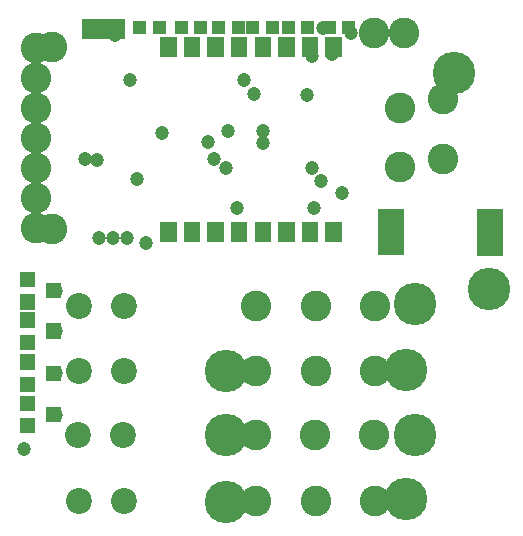
<source format=gbr>
%FSLAX32Y32*%
%MOMM*%
%LNLOETSTOP2*%
G71*
G01*
%ADD10C, 2.60*%
%ADD11C, 3.60*%
%ADD12C, 1.20*%
%ADD13C, 2.60*%
%ADD14C, 2.60*%
%ADD15C, 2.20*%
%LPD*%
X6874Y6085D02*
G54D10*
D03*
X6874Y6585D02*
G54D10*
D03*
X3927Y5564D02*
G54D10*
D03*
X3927Y7104D02*
G54D10*
D03*
X7239Y6666D02*
G54D10*
D03*
X7239Y6158D02*
G54D10*
D03*
G36*
X6243Y5626D02*
X6383Y5626D01*
X6383Y5456D01*
X6243Y5456D01*
X6243Y5626D01*
G37*
G36*
X6043Y5626D02*
X6183Y5626D01*
X6183Y5456D01*
X6043Y5456D01*
X6043Y5626D01*
G37*
G36*
X5843Y5626D02*
X5983Y5626D01*
X5983Y5456D01*
X5843Y5456D01*
X5843Y5626D01*
G37*
G36*
X5643Y5626D02*
X5783Y5626D01*
X5783Y5456D01*
X5643Y5456D01*
X5643Y5626D01*
G37*
G36*
X5443Y5626D02*
X5583Y5626D01*
X5583Y5456D01*
X5443Y5456D01*
X5443Y5626D01*
G37*
G36*
X5243Y5626D02*
X5383Y5626D01*
X5383Y5456D01*
X5243Y5456D01*
X5243Y5626D01*
G37*
G36*
X5043Y5626D02*
X5183Y5626D01*
X5183Y5456D01*
X5043Y5456D01*
X5043Y5626D01*
G37*
G36*
X4843Y5626D02*
X4983Y5626D01*
X4983Y5456D01*
X4843Y5456D01*
X4843Y5626D01*
G37*
G36*
X6243Y7189D02*
X6383Y7189D01*
X6383Y7019D01*
X6243Y7019D01*
X6243Y7189D01*
G37*
G36*
X6043Y7189D02*
X6183Y7189D01*
X6183Y7019D01*
X6043Y7019D01*
X6043Y7189D01*
G37*
G36*
X5843Y7189D02*
X5983Y7189D01*
X5983Y7019D01*
X5843Y7019D01*
X5843Y7189D01*
G37*
G36*
X5643Y7189D02*
X5783Y7189D01*
X5783Y7019D01*
X5643Y7019D01*
X5643Y7189D01*
G37*
G36*
X5443Y7189D02*
X5583Y7189D01*
X5583Y7019D01*
X5443Y7019D01*
X5443Y7189D01*
G37*
G36*
X5243Y7189D02*
X5383Y7189D01*
X5383Y7019D01*
X5243Y7019D01*
X5243Y7189D01*
G37*
G36*
X5043Y7189D02*
X5183Y7189D01*
X5183Y7019D01*
X5043Y7019D01*
X5043Y7189D01*
G37*
G36*
X4843Y7189D02*
X4983Y7189D01*
X4983Y7019D01*
X4843Y7019D01*
X4843Y7189D01*
G37*
X7334Y6888D02*
G54D11*
D03*
X6382Y5865D02*
G54D12*
D03*
G36*
X6497Y7216D02*
X6387Y7216D01*
X6387Y7326D01*
X6497Y7326D01*
X6497Y7216D01*
G37*
G36*
X6330Y7215D02*
X6220Y7215D01*
X6220Y7325D01*
X6330Y7325D01*
X6330Y7215D01*
G37*
G36*
X4894Y7216D02*
X4784Y7216D01*
X4784Y7326D01*
X4894Y7326D01*
X4894Y7216D01*
G37*
G36*
X4727Y7215D02*
X4617Y7215D01*
X4617Y7325D01*
X4727Y7325D01*
X4727Y7215D01*
G37*
G36*
X5846Y7216D02*
X5736Y7216D01*
X5736Y7326D01*
X5846Y7326D01*
X5846Y7216D01*
G37*
G36*
X5679Y7215D02*
X5569Y7215D01*
X5569Y7325D01*
X5679Y7325D01*
X5679Y7215D01*
G37*
G36*
X5560Y7216D02*
X5450Y7216D01*
X5450Y7326D01*
X5560Y7326D01*
X5560Y7216D01*
G37*
G36*
X5393Y7215D02*
X5283Y7215D01*
X5283Y7325D01*
X5393Y7325D01*
X5393Y7215D01*
G37*
G36*
X5243Y7216D02*
X5133Y7216D01*
X5133Y7326D01*
X5243Y7326D01*
X5243Y7216D01*
G37*
G36*
X5076Y7215D02*
X4966Y7215D01*
X4966Y7325D01*
X5076Y7325D01*
X5076Y7215D01*
G37*
X5493Y5746D02*
G54D12*
D03*
X6302Y7047D02*
G54D12*
D03*
X6461Y7222D02*
G54D12*
D03*
X3794Y6840D02*
G54D13*
D03*
X3794Y6586D02*
G54D13*
D03*
X3794Y6332D02*
G54D13*
D03*
X3794Y6078D02*
G54D13*
D03*
X3794Y5824D02*
G54D13*
D03*
X3794Y5570D02*
G54D13*
D03*
X4588Y6825D02*
G54D12*
D03*
X5556Y6825D02*
G54D12*
D03*
X6906Y7222D02*
G54D13*
D03*
X6652Y7222D02*
G54D13*
D03*
X6207Y5968D02*
G54D12*
D03*
X5302Y6158D02*
G54D12*
D03*
X5398Y6079D02*
G54D12*
D03*
X6128Y6079D02*
G54D12*
D03*
X6088Y6698D02*
G54D12*
D03*
G36*
X4550Y7339D02*
X4550Y7169D01*
X4180Y7169D01*
X4180Y7339D01*
X4550Y7339D01*
G37*
X6128Y7031D02*
G54D12*
D03*
X3794Y7095D02*
G54D13*
D03*
X4461Y7206D02*
G54D12*
D03*
X6223Y7270D02*
G54D12*
D03*
X4651Y5984D02*
G54D12*
D03*
G36*
X6687Y5735D02*
X6907Y5735D01*
X6907Y5340D01*
X6687Y5340D01*
X6687Y5735D01*
G37*
G36*
X7528Y5734D02*
X7748Y5734D01*
X7748Y5339D01*
X7528Y5339D01*
X7528Y5734D01*
G37*
X7628Y5055D02*
G54D11*
D03*
X6144Y5746D02*
G54D12*
D03*
X5715Y6293D02*
G54D12*
D03*
X5247Y6301D02*
G54D12*
D03*
X4207Y6158D02*
G54D12*
D03*
X5715Y6396D02*
G54D12*
D03*
X5421Y6396D02*
G54D12*
D03*
G36*
X6148Y7216D02*
X6038Y7216D01*
X6038Y7326D01*
X6148Y7326D01*
X6148Y7216D01*
G37*
G36*
X5981Y7215D02*
X5871Y7215D01*
X5871Y7325D01*
X5981Y7325D01*
X5981Y7215D01*
G37*
X7001Y4928D02*
G54D11*
D03*
X4858Y6373D02*
G54D12*
D03*
X4310Y6150D02*
G54D12*
D03*
X5636Y6706D02*
G54D12*
D03*
X5659Y4912D02*
G54D14*
D03*
X6159Y4912D02*
G54D14*
D03*
X6659Y4912D02*
G54D14*
D03*
X4159Y4912D02*
G54D15*
D03*
X4534Y4912D02*
G54D15*
D03*
X5659Y4364D02*
G54D14*
D03*
X6159Y4364D02*
G54D14*
D03*
X6659Y4364D02*
G54D14*
D03*
X4159Y4364D02*
G54D15*
D03*
X4534Y4364D02*
G54D15*
D03*
X5652Y3817D02*
G54D14*
D03*
X6152Y3817D02*
G54D14*
D03*
X6652Y3817D02*
G54D14*
D03*
X4151Y3817D02*
G54D15*
D03*
X4526Y3817D02*
G54D15*
D03*
X5659Y3261D02*
G54D14*
D03*
X6159Y3261D02*
G54D14*
D03*
X6659Y3261D02*
G54D14*
D03*
X4159Y3261D02*
G54D15*
D03*
X4534Y3261D02*
G54D15*
D03*
X5398Y3253D02*
G54D11*
D03*
X5398Y3817D02*
G54D11*
D03*
X5398Y4364D02*
G54D11*
D03*
X6929Y4372D02*
G54D11*
D03*
X7001Y3817D02*
G54D11*
D03*
X6929Y3277D02*
G54D11*
D03*
X3691Y3698D02*
G54D12*
D03*
G36*
X3783Y4153D02*
X3783Y4023D01*
X3653Y4023D01*
X3653Y4153D01*
X3783Y4153D01*
G37*
G36*
X3783Y3963D02*
X3783Y3833D01*
X3653Y3833D01*
X3653Y3963D01*
X3783Y3963D01*
G37*
G36*
X4005Y4058D02*
X4005Y3928D01*
X3875Y3928D01*
X3875Y4058D01*
X4005Y4058D01*
G37*
X3961Y3991D02*
G54D12*
D03*
G36*
X3783Y4502D02*
X3783Y4372D01*
X3653Y4372D01*
X3653Y4502D01*
X3783Y4502D01*
G37*
G36*
X3783Y4312D02*
X3783Y4182D01*
X3653Y4182D01*
X3653Y4312D01*
X3783Y4312D01*
G37*
G36*
X4005Y4407D02*
X4005Y4277D01*
X3875Y4277D01*
X3875Y4407D01*
X4005Y4407D01*
G37*
G36*
X3783Y4859D02*
X3783Y4729D01*
X3653Y4729D01*
X3653Y4859D01*
X3783Y4859D01*
G37*
G36*
X3783Y4669D02*
X3783Y4539D01*
X3653Y4539D01*
X3653Y4669D01*
X3783Y4669D01*
G37*
G36*
X4005Y4764D02*
X4005Y4634D01*
X3875Y4634D01*
X3875Y4764D01*
X4005Y4764D01*
G37*
G36*
X3783Y5201D02*
X3783Y5071D01*
X3653Y5071D01*
X3653Y5201D01*
X3783Y5201D01*
G37*
G36*
X3783Y5010D02*
X3783Y4880D01*
X3653Y4880D01*
X3653Y5010D01*
X3783Y5010D01*
G37*
G36*
X4005Y5106D02*
X4005Y4976D01*
X3875Y4976D01*
X3875Y5105D01*
X4005Y5106D01*
G37*
X3961Y5039D02*
G54D12*
D03*
X3961Y4698D02*
G54D12*
D03*
X3961Y4341D02*
G54D12*
D03*
X4326Y5492D02*
G54D12*
D03*
X4445Y5492D02*
G54D12*
D03*
X4564Y5492D02*
G54D12*
D03*
X4723Y5444D02*
G54D12*
D03*
M02*

</source>
